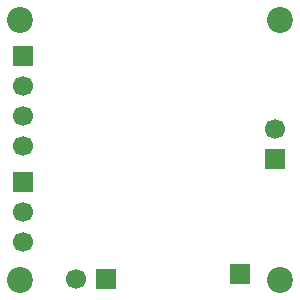
<source format=gbs>
G04 Layer_Color=16711935*
%FSLAX42Y42*%
%MOMM*%
G71*
G01*
G75*
%ADD36C,2.20*%
%ADD37R,1.70X1.70*%
%ADD38C,1.70*%
%ADD39R,1.70X1.70*%
D36*
X1300Y1040D02*
D03*
X3500D02*
D03*
Y3240D02*
D03*
X1300D02*
D03*
D37*
X3159Y1092D02*
D03*
X1320Y2934D02*
D03*
Y1870D02*
D03*
X3460Y2060D02*
D03*
D38*
X1320Y2680D02*
D03*
Y2426D02*
D03*
Y2172D02*
D03*
Y1616D02*
D03*
Y1362D02*
D03*
X3460Y2314D02*
D03*
X1770Y1050D02*
D03*
D39*
X2024D02*
D03*
M02*

</source>
